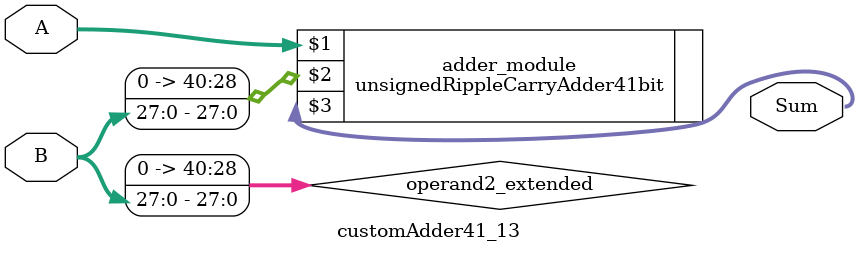
<source format=v>
module customAdder41_13(
                        input [40 : 0] A,
                        input [27 : 0] B,
                        
                        output [41 : 0] Sum
                );

        wire [40 : 0] operand2_extended;
        
        assign operand2_extended =  {13'b0, B};
        
        unsignedRippleCarryAdder41bit adder_module(
            A,
            operand2_extended,
            Sum
        );
        
        endmodule
        
</source>
